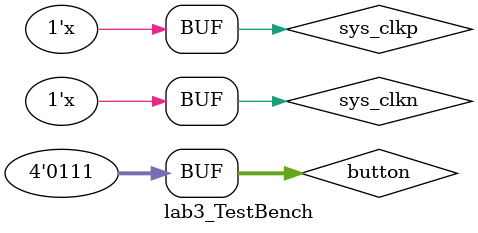
<source format=v>
`timescale 1ns / 1ps

module lab3_TestBench();
    //Declare wires and registers that will interface with the module under test
    //Registers are initilized to known states. Wires cannot be initilized.                 
    reg sys_clkn=1;
    wire sys_clkp;
    wire [7:0] led;
    reg [3:0] button;
    //Invoke the module that we like to test
    lab3_example ModuleUnderTest (.button(button),.led(led),.sys_clkn(sys_clkn),.sys_clkp(sys_clkp));
    
    // Generate a clock signal. The clock will change its state every 5ns.
    //Remember that the test module takes sys_clkp and sys_clkn as input clock signals.
    //From these two signals a clock signal, clk, is derived.
    //The LVDS clock signal, sys_clkn, is always in the opposite state than sys_clkp.     
    assign sys_clkp = ~sys_clkn;    
    always begin
        #5 sys_clkn = ~sys_clkn;
    end        
    
    initial begin
        #20 button = 3'b1111;
        #10 button = 3'b1110;
        #10 button = 3'b1111;
    end
endmodule

</source>
